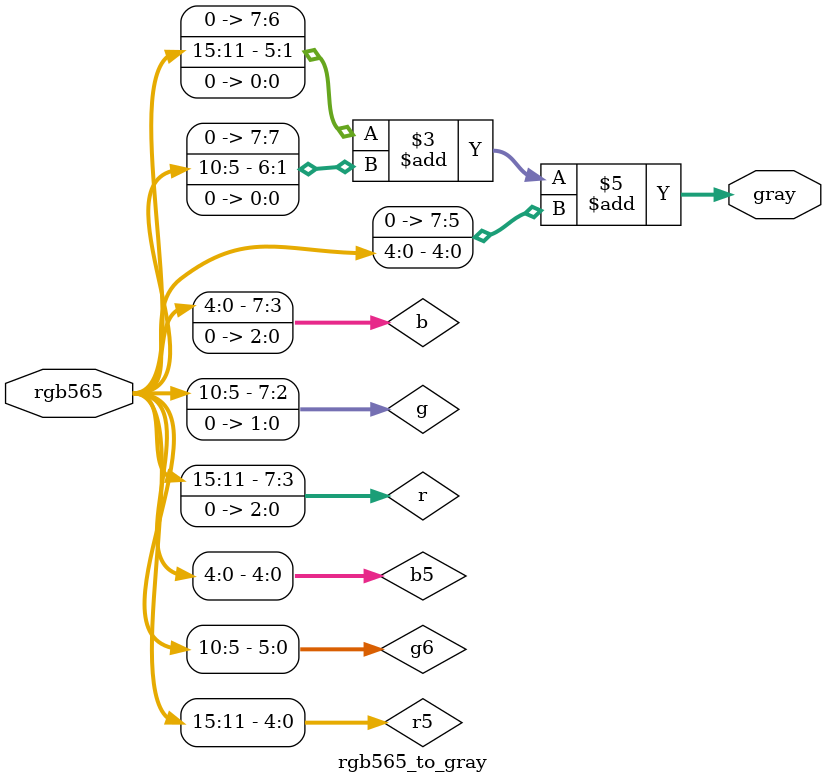
<source format=v>
module rgb565_to_gray(
 input wire [15:0] rgb565, 
 output wire [7:0] gray 
); 
   wire [4:0] r5 = rgb565[15:11]; 
   wire [5:0] g6 = rgb565[10:5]; 
   wire [4:0] b5 = rgb565[4:0]; 
   // Convert to 8-bit 
   wire [7:0] r = {r5, 3'b000}; 
   wire [7:0] g = {g6, 2'b00}; 
   wire [7:0] b = {b5, 3'b000}; 
   // Gray = 0.3R + 0.59G + 0.11B 
   assign gray = (r >> 2) + (g >> 1) + (b >> 3); 
 endmodule 

</source>
